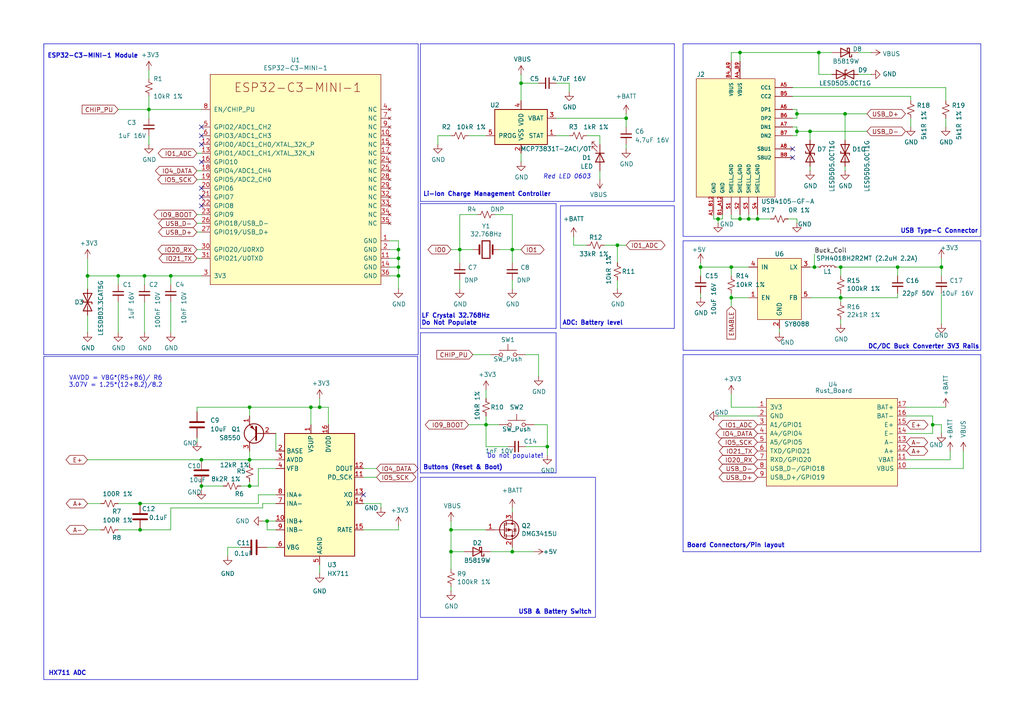
<source format=kicad_sch>
(kicad_sch (version 20250114) (generator "eeschema") (generator_version "9.0")
  (paper "A4")
  (title_block (title "Crimpdeq") (rev "1.0") (company "Sergio Gasquez Arcos"))
  (rectangle (start 198.12 69.85) (end 284.48 101.6))
  (rectangle (start 121.92 138.43) (end 172.72 179.07))
  (rectangle (start 198.12 12.7) (end 284.48 68.58))
  (text "ADC: Battery level" (at 163.068 94.488 0) (effects (font (size 1.27 1.27) (thickness 0.254) (bold yes)) (justify left bottom)))
  (text "USB Type-C Connector" (at 261.112 67.818 0) (effects (font (size 1.27 1.27) (thickness 0.254) (bold yes)) (justify left bottom)))
  (text "VAVDD = VBG*(R5+R6)/ R6 \n3.07V = 1.25*(12+8.2)/8.2 " (at 34.036 110.744 0) (effects (font (size 1.27 1.27))))
  (text "Board Connectors/Pin layout" (at 199.136 159.004 0) (effects (font (size 1.27 1.27) (thickness 0.254) (bold yes)) (justify left bottom)))
  (text "Li-Ion Charge Management Controller" (at 122.682 57.15 0) (effects (font (size 1.27 1.27) (thickness 0.254) (bold yes)) (justify left bottom)))
  (text "USB & Battery Switch\n" (at 161.036 177.546 0) (effects (font (size 1.27 1.27) (thickness 0.254) (bold yes))))
  (text "Do not populate!" (at 141.224 133.096 0) (effects (font (size 1.27 1.27)) (justify left bottom)))
  (text "Red LED 0603" (at 157.48 52.07 0) (effects (font (size 1.27 1.27) (italic yes)) (justify left bottom)))
  (text "Buttons (Reset & Boot)" (at 122.682 136.398 0) (effects (font (size 1.27 1.27) (thickness 0.254) (bold yes)) (justify left bottom)))
  (text "HX711 ADC" (at 19.558 195.326 0) (effects (font (size 1.27 1.27) (thickness 0.254) (bold yes))))
  (text "ESP32-C3-MINI-1 Module" (at 13.716 17.018 0) (effects (font (size 1.27 1.27) (thickness 0.254) (bold yes)) (justify left bottom)))
  (text "LF Crystal 32.768Hz \nDo Not Populate" (at 122.174 94.488 0) (effects (font (size 1.27 1.27) (thickness 0.254) (bold yes)) (justify left bottom)))
  (text "DC/DC Buck Converter 3V3 Rails" (at 251.714 101.346 0) (effects (font (size 1.27 1.27) (thickness 0.254) (bold yes)) (justify left bottom)))
  (junction (at 237.49 15.24))
  (junction (at 72.39 140.97))
  (junction (at 181.61 34.29))
  (junction (at 90.17 118.11))
  (junction (at 214.63 63.5))
  (junction (at 58.42 133.35))
  (junction (at 72.39 133.35))
  (junction (at 236.22 77.47))
  (junction (at 140.97 123.19))
  (junction (at 148.59 160.02))
  (junction (at 115.57 74.93))
  (junction (at 25.4 80.01))
  (junction (at 243.84 86.36))
  (junction (at 43.18 31.75))
  (junction (at 40.64 153.67))
  (junction (at 77.47 151.13))
  (junction (at 34.29 80.01))
  (junction (at 115.57 72.39))
  (junction (at 72.39 118.11))
  (junction (at 130.81 160.02))
  (junction (at 234.95 38.1))
  (junction (at 219.71 63.5))
  (junction (at 243.84 77.47))
  (junction (at 179.07 71.12))
  (junction (at 273.05 77.47))
  (junction (at 260.35 77.47))
  (junction (at 148.59 72.39))
  (junction (at 40.64 146.05))
  (junction (at 115.57 80.01))
  (junction (at 231.14 33.02))
  (junction (at 212.09 77.47))
  (junction (at 203.2 77.47))
  (junction (at 212.09 86.36))
  (junction (at 133.35 72.39))
  (junction (at 245.11 33.02))
  (junction (at 158.75 129.54))
  (junction (at 231.14 38.1))
  (junction (at 214.63 15.24))
  (junction (at 151.13 24.13))
  (junction (at 58.42 140.97))
  (junction (at 130.81 153.67))
  (junction (at 49.53 80.01))
  (junction (at 217.17 63.5))
  (junction (at 208.28 63.5))
  (junction (at 270.51 123.19))
  (junction (at 115.57 77.47))
  (junction (at 92.71 118.11))
  (junction (at 41.91 80.01))
  (no_connect (at 229.87 45.72))
  (no_connect (at 58.42 36.83))
  (no_connect (at 58.42 46.99))
  (no_connect (at 229.87 43.18))
  (no_connect (at 58.42 39.37))
  (no_connect (at 58.42 57.15))
  (no_connect (at 58.42 59.69))
  (no_connect (at 339.09 43.18))
  (no_connect (at 58.42 41.91))
  (no_connect (at 58.42 54.61))
  (no_connect (at 105.41 143.51))
  (wire (pts (xy 115.57 152.4) (xy 115.57 153.67)))
  (wire (pts (xy 231.14 63.5) (xy 231.14 64.77)))
  (wire (pts (xy 148.59 62.23) (xy 148.59 72.39)))
  (wire (pts (xy 152.4 102.87) (xy 156.21 102.87)))
  (wire (pts (xy 105.41 138.43) (xy 109.22 138.43)))
  (wire (pts (xy 273.05 123.19) (xy 270.51 123.19)))
  (wire (pts (xy 181.61 33.02) (xy 181.61 34.29)))
  (wire (pts (xy 34.29 31.75) (xy 43.18 31.75)))
  (wire (pts (xy 212.09 62.23) (xy 212.09 63.5)))
  (wire (pts (xy 76.2 151.13) (xy 77.47 151.13)))
  (polyline (pts (xy 12.7 12.7) (xy 12.7 13.97)))
  (wire (pts (xy 43.18 31.75) (xy 58.42 31.75)))
  (wire (pts (xy 229.87 36.83) (xy 231.14 36.83)))
  (wire (pts (xy 130.81 39.37) (xy 127 39.37)))
  (wire (pts (xy 231.14 38.1) (xy 231.14 39.37)))
  (wire (pts (xy 115.57 69.85) (xy 115.57 72.39)))
  (wire (pts (xy 76.2 147.32) (xy 76.2 146.05)))
  (polyline (pts (xy 12.7 103.378) (xy 12.7 197.104)))
  (wire (pts (xy 133.35 72.39) (xy 130.81 72.39)))
  (wire (pts (xy 262.89 120.65) (xy 270.51 120.65)))
  (wire (pts (xy 229.87 25.4) (xy 274.32 25.4)))
  (wire (pts (xy 115.57 74.93) (xy 115.57 77.47)))
  (wire (pts (xy 140.97 129.54) (xy 140.97 123.19)))
  (wire (pts (xy 130.81 160.02) (xy 130.81 165.1)))
  (wire (pts (xy 57.15 67.31) (xy 58.42 67.31)))
  (wire (pts (xy 245.11 49.53) (xy 245.11 48.26)))
  (wire (pts (xy 260.35 77.47) (xy 273.05 77.47)))
  (wire (pts (xy 134.62 160.02) (xy 130.81 160.02)))
  (wire (pts (xy 25.4 153.67) (xy 29.21 153.67)))
  (wire (pts (xy 133.35 62.23) (xy 133.35 72.39)))
  (wire (pts (xy 231.14 39.37) (xy 229.87 39.37)))
  (wire (pts (xy 229.87 27.94) (xy 264.16 27.94)))
  (polyline (pts (xy 121.92 96.52) (xy 161.29 96.52)))
  (wire (pts (xy 127 39.37) (xy 127 41.91)))
  (wire (pts (xy 110.49 147.32) (xy 110.49 146.05)))
  (wire (pts (xy 72.39 139.7) (xy 72.39 140.97)))
  (wire (pts (xy 142.24 160.02) (xy 148.59 160.02)))
  (polyline (pts (xy 121.92 59.055) (xy 121.92 95.25)))
  (wire (pts (xy 234.95 77.47) (xy 236.22 77.47)))
  (wire (pts (xy 274.32 34.29) (xy 274.32 36.83)))
  (wire (pts (xy 154.94 123.19) (xy 158.75 123.19)))
  (wire (pts (xy 25.4 133.35) (xy 58.42 133.35)))
  (wire (pts (xy 113.03 80.01) (xy 115.57 80.01)))
  (wire (pts (xy 41.91 87.63) (xy 41.91 96.52)))
  (wire (pts (xy 234.95 86.36) (xy 243.84 86.36)))
  (wire (pts (xy 43.18 31.75) (xy 43.18 27.94)))
  (wire (pts (xy 179.07 71.12) (xy 175.26 71.12)))
  (wire (pts (xy 130.81 171.45) (xy 130.81 170.18)))
  (wire (pts (xy 151.13 24.13) (xy 151.13 29.21)))
  (wire (pts (xy 264.16 27.94) (xy 264.16 29.21)))
  (wire (pts (xy 243.84 77.47) (xy 260.35 77.47)))
  (wire (pts (xy 161.29 39.37) (xy 165.1 39.37)))
  (wire (pts (xy 241.3 21.59) (xy 237.49 21.59)))
  (wire (pts (xy 49.53 153.67) (xy 49.53 147.32)))
  (wire (pts (xy 57.15 44.45) (xy 58.42 44.45)))
  (wire (pts (xy 212.09 15.24) (xy 212.09 17.78)))
  (wire (pts (xy 161.29 34.29) (xy 181.61 34.29)))
  (wire (pts (xy 25.4 146.05) (xy 29.21 146.05)))
  (wire (pts (xy 34.29 80.01) (xy 41.91 80.01)))
  (wire (pts (xy 231.14 33.02) (xy 231.14 34.29)))
  (wire (pts (xy 140.97 123.19) (xy 144.78 123.19)))
  (wire (pts (xy 214.63 15.24) (xy 214.63 17.78)))
  (wire (pts (xy 43.18 31.75) (xy 43.18 34.29)))
  (wire (pts (xy 237.49 21.59) (xy 237.49 15.24)))
  (wire (pts (xy 203.2 76.2) (xy 203.2 77.47)))
  (wire (pts (xy 95.25 123.19) (xy 95.25 118.11)))
  (wire (pts (xy 57.15 74.93) (xy 58.42 74.93)))
  (wire (pts (xy 25.4 80.01) (xy 25.4 83.82)))
  (wire (pts (xy 49.53 87.63) (xy 49.53 96.52)))
  (wire (pts (xy 245.11 40.64) (xy 245.11 33.02)))
  (polyline (pts (xy 12.7 12.7) (xy 12.7 102.87)))
  (wire (pts (xy 77.47 151.13) (xy 80.01 151.13)))
  (wire (pts (xy 140.97 129.54) (xy 147.32 129.54)))
  (wire (pts (xy 57.15 52.07) (xy 58.42 52.07)))
  (wire (pts (xy 226.06 95.25) (xy 226.06 96.52)))
  (wire (pts (xy 203.2 80.01) (xy 203.2 77.47)))
  (wire (pts (xy 270.51 125.73) (xy 270.51 123.19)))
  (wire (pts (xy 80.01 153.67) (xy 77.47 153.67)))
  (wire (pts (xy 219.71 63.5) (xy 223.52 63.5)))
  (wire (pts (xy 212.09 15.24) (xy 214.63 15.24)))
  (wire (pts (xy 166.37 71.12) (xy 170.18 71.12)))
  (wire (pts (xy 148.59 72.39) (xy 148.59 76.2)))
  (wire (pts (xy 161.29 24.13) (xy 165.1 24.13)))
  (polyline (pts (xy 162.56 59.69) (xy 195.58 59.69)))
  (wire (pts (xy 115.57 72.39) (xy 115.57 74.93)))
  (wire (pts (xy 77.47 158.75) (xy 80.01 158.75)))
  (wire (pts (xy 275.59 133.35) (xy 275.59 130.81)))
  (wire (pts (xy 260.35 85.09) (xy 260.35 86.36)))
  (wire (pts (xy 80.01 125.73) (xy 80.01 130.81)))
  (polyline (pts (xy 284.48 160.02) (xy 284.48 102.87)))
  (polyline (pts (xy 121.92 12.7) (xy 195.58 12.7)))
  (wire (pts (xy 113.03 77.47) (xy 115.57 77.47)))
  (polyline (pts (xy 195.58 12.7) (xy 195.58 58.42)))
  (wire (pts (xy 208.28 63.5) (xy 209.55 63.5)))
  (wire (pts (xy 151.13 24.13) (xy 156.21 24.13)))
  (wire (pts (xy 144.78 72.39) (xy 148.59 72.39)))
  (wire (pts (xy 214.63 63.5) (xy 217.17 63.5)))
  (wire (pts (xy 156.21 102.87) (xy 156.21 109.22)))
  (polyline (pts (xy 121.92 137.16) (xy 161.29 137.16)))
  (wire (pts (xy 113.03 69.85) (xy 115.57 69.85)))
  (wire (pts (xy 151.13 46.99) (xy 151.13 44.45)))
  (wire (pts (xy 214.63 62.23) (xy 214.63 63.5)))
  (wire (pts (xy 66.04 158.75) (xy 66.04 161.29)))
  (wire (pts (xy 49.53 147.32) (xy 76.2 147.32)))
  (wire (pts (xy 234.95 40.64) (xy 234.95 38.1)))
  (wire (pts (xy 243.84 77.47) (xy 243.84 80.01)))
  (polyline (pts (xy 161.29 137.16) (xy 161.29 96.52)))
  (wire (pts (xy 148.59 72.39) (xy 151.13 72.39)))
  (wire (pts (xy 243.84 86.36) (xy 243.84 87.63)))
  (wire (pts (xy 236.22 73.66) (xy 236.22 77.47)))
  (wire (pts (xy 203.2 77.47) (xy 212.09 77.47)))
  (polyline (pts (xy 120.65 12.7) (xy 12.7 12.7)))
  (polyline (pts (xy 195.58 95.25) (xy 162.56 95.25)))
  (wire (pts (xy 41.91 80.01) (xy 41.91 82.55)))
  (wire (pts (xy 208.28 63.5) (xy 208.28 64.77)))
  (wire (pts (xy 212.09 80.01) (xy 212.09 77.47)))
  (wire (pts (xy 34.29 80.01) (xy 25.4 80.01)))
  (wire (pts (xy 248.92 21.59) (xy 252.73 21.59)))
  (wire (pts (xy 25.4 91.44) (xy 25.4 96.52)))
  (wire (pts (xy 228.6 63.5) (xy 231.14 63.5)))
  (wire (pts (xy 34.29 82.55) (xy 34.29 80.01)))
  (wire (pts (xy 133.35 72.39) (xy 133.35 76.2)))
  (polyline (pts (xy 198.12 160.02) (xy 284.48 160.02)))
  (wire (pts (xy 34.29 146.05) (xy 40.64 146.05)))
  (wire (pts (xy 57.15 72.39) (xy 58.42 72.39)))
  (wire (pts (xy 262.89 118.11) (xy 274.32 118.11)))
  (wire (pts (xy 115.57 80.01) (xy 115.57 83.82)))
  (wire (pts (xy 138.43 62.23) (xy 133.35 62.23)))
  (wire (pts (xy 58.42 140.97) (xy 64.77 140.97)))
  (polyline (pts (xy 121.92 12.7) (xy 121.92 58.42)))
  (wire (pts (xy 105.41 153.67) (xy 115.57 153.67)))
  (wire (pts (xy 231.14 34.29) (xy 229.87 34.29)))
  (wire (pts (xy 58.42 133.35) (xy 72.39 133.35)))
  (wire (pts (xy 72.39 118.11) (xy 90.17 118.11)))
  (wire (pts (xy 173.99 39.37) (xy 173.99 41.91)))
  (wire (pts (xy 25.4 74.93) (xy 25.4 80.01)))
  (polyline (pts (xy 12.7 102.87) (xy 121.285 102.87)))
  (wire (pts (xy 207.01 62.23) (xy 207.01 63.5)))
  (wire (pts (xy 212.09 63.5) (xy 214.63 63.5)))
  (wire (pts (xy 212.09 77.47) (xy 217.17 77.47)))
  (wire (pts (xy 181.61 34.29) (xy 181.61 36.83)))
  (wire (pts (xy 260.35 86.36) (xy 243.84 86.36)))
  (wire (pts (xy 217.17 63.5) (xy 219.71 63.5)))
  (wire (pts (xy 170.18 39.37) (xy 173.99 39.37)))
  (wire (pts (xy 49.53 82.55) (xy 49.53 80.01)))
  (wire (pts (xy 90.17 123.19) (xy 90.17 118.11)))
  (wire (pts (xy 110.49 146.05) (xy 105.41 146.05)))
  (wire (pts (xy 148.59 158.75) (xy 148.59 160.02)))
  (wire (pts (xy 179.07 76.2) (xy 179.07 71.12)))
  (wire (pts (xy 137.16 72.39) (xy 133.35 72.39)))
  (wire (pts (xy 105.41 135.89) (xy 109.22 135.89)))
  (wire (pts (xy 148.59 81.28) (xy 148.59 83.82)))
  (wire (pts (xy 166.37 68.58) (xy 166.37 71.12)))
  (wire (pts (xy 273.05 125.73) (xy 273.05 123.19)))
  (wire (pts (xy 219.71 63.5) (xy 219.71 62.23)))
  (wire (pts (xy 137.16 102.87) (xy 142.24 102.87)))
  (wire (pts (xy 43.18 20.32) (xy 43.18 22.86)))
  (wire (pts (xy 49.53 80.01) (xy 41.91 80.01)))
  (wire (pts (xy 270.51 123.19) (xy 270.51 120.65)))
  (wire (pts (xy 130.81 151.13) (xy 130.81 153.67)))
  (wire (pts (xy 113.03 72.39) (xy 115.57 72.39)))
  (wire (pts (xy 92.71 163.83) (xy 92.71 166.37)))
  (wire (pts (xy 130.81 153.67) (xy 130.81 160.02)))
  (wire (pts (xy 158.75 123.19) (xy 158.75 129.54)))
  (polyline (pts (xy 198.12 102.87) (xy 198.12 160.02)))
  (polyline (pts (xy 195.58 58.42) (xy 121.92 58.42)))
  (wire (pts (xy 115.57 77.47) (xy 115.57 80.01)))
  (wire (pts (xy 34.29 96.52) (xy 34.29 87.63)))
  (wire (pts (xy 57.15 118.11) (xy 72.39 118.11)))
  (wire (pts (xy 181.61 43.18) (xy 181.61 41.91)))
  (wire (pts (xy 92.71 118.11) (xy 92.71 115.57)))
  (wire (pts (xy 40.64 153.67) (xy 49.53 153.67)))
  (wire (pts (xy 245.11 33.02) (xy 251.46 33.02)))
  (wire (pts (xy 217.17 62.23) (xy 217.17 63.5)))
  (wire (pts (xy 80.01 143.51) (xy 74.93 143.51)))
  (wire (pts (xy 214.63 15.24) (xy 237.49 15.24)))
  (wire (pts (xy 158.75 129.54) (xy 158.75 132.08)))
  (wire (pts (xy 72.39 133.35) (xy 72.39 134.62)))
  (wire (pts (xy 231.14 33.02) (xy 245.11 33.02)))
  (wire (pts (xy 140.97 113.03) (xy 140.97 115.57)))
  (wire (pts (xy 34.29 153.67) (xy 40.64 153.67)))
  (polyline (pts (xy 161.29 95.25) (xy 161.29 59.055)))
  (wire (pts (xy 212.09 85.09) (xy 212.09 86.36)))
  (wire (pts (xy 264.16 34.29) (xy 264.16 36.83)))
  (wire (pts (xy 140.97 153.67) (xy 130.81 153.67)))
  (wire (pts (xy 74.93 135.89) (xy 74.93 140.97)))
  (wire (pts (xy 80.01 135.89) (xy 74.93 135.89)))
  (wire (pts (xy 66.04 158.75) (xy 69.85 158.75)))
  (wire (pts (xy 248.92 15.24) (xy 252.73 15.24)))
  (wire (pts (xy 236.22 77.47) (xy 237.49 77.47)))
  (wire (pts (xy 72.39 140.97) (xy 74.93 140.97)))
  (wire (pts (xy 208.28 120.65) (xy 219.71 120.65)))
  (wire (pts (xy 262.89 125.73) (xy 270.51 125.73)))
  (wire (pts (xy 260.35 77.47) (xy 260.35 80.01)))
  (wire (pts (xy 234.95 49.53) (xy 234.95 48.26)))
  (polyline (pts (xy 121.92 59.055) (xy 161.29 59.055)))
  (wire (pts (xy 74.93 143.51) (xy 74.93 146.05)))
  (wire (pts (xy 229.87 31.75) (xy 231.14 31.75)))
  (wire (pts (xy 143.51 62.23) (xy 148.59 62.23)))
  (wire (pts (xy 207.01 63.5) (xy 208.28 63.5)))
  (wire (pts (xy 262.89 135.89) (xy 279.4 135.89)))
  (wire (pts (xy 74.93 146.05) (xy 40.64 146.05)))
  (wire (pts (xy 212.09 86.36) (xy 217.17 86.36)))
  (wire (pts (xy 57.15 127) (xy 57.15 128.27)))
  (wire (pts (xy 90.17 118.11) (xy 92.71 118.11)))
  (wire (pts (xy 133.35 81.28) (xy 133.35 83.82)))
  (wire (pts (xy 152.4 129.54) (xy 158.75 129.54)))
  (polyline (pts (xy 198.12 102.87) (xy 284.48 102.87)))
  (wire (pts (xy 212.09 118.11) (xy 219.71 118.11)))
  (wire (pts (xy 231.14 38.1) (xy 234.95 38.1)))
  (wire (pts (xy 140.97 120.65) (xy 140.97 123.19)))
  (wire (pts (xy 57.15 119.38) (xy 57.15 118.11)))
  (wire (pts (xy 57.15 64.77) (xy 58.42 64.77)))
  (wire (pts (xy 113.03 74.93) (xy 115.57 74.93)))
  (wire (pts (xy 273.05 74.93) (xy 273.05 77.47)))
  (wire (pts (xy 76.2 146.05) (xy 80.01 146.05)))
  (wire (pts (xy 43.18 39.37) (xy 43.18 41.91)))
  (polyline (pts (xy 121.92 96.52) (xy 121.92 137.16)))
  (wire (pts (xy 57.15 62.23) (xy 58.42 62.23)))
  (wire (pts (xy 92.71 118.11) (xy 95.25 118.11)))
  (wire (pts (xy 274.32 25.4) (xy 274.32 29.21)))
  (wire (pts (xy 234.95 38.1) (xy 251.46 38.1)))
  (wire (pts (xy 237.49 15.24) (xy 241.3 15.24)))
  (wire (pts (xy 231.14 31.75) (xy 231.14 33.02)))
  (polyline (pts (xy 12.7 103.378) (xy 121.158 103.378)))
  (wire (pts (xy 58.42 142.24) (xy 58.42 140.97)))
  (wire (pts (xy 148.59 160.02) (xy 154.94 160.02)))
  (wire (pts (xy 151.13 21.59) (xy 151.13 24.13)))
  (wire (pts (xy 173.99 49.53) (xy 173.99 52.07)))
  (wire (pts (xy 179.07 71.12) (xy 181.61 71.12)))
  (wire (pts (xy 72.39 133.35) (xy 72.39 130.81)))
  (wire (pts (xy 212.09 86.36) (xy 212.09 88.9)))
  (wire (pts (xy 243.84 92.71) (xy 243.84 93.98)))
  (polyline (pts (xy 121.92 95.25) (xy 161.29 95.25)))
  (wire (pts (xy 135.89 123.19) (xy 140.97 123.19)))
  (wire (pts (xy 242.57 77.47) (xy 243.84 77.47)))
  (wire (pts (xy 273.05 85.09) (xy 273.05 93.98)))
  (wire (pts (xy 148.59 148.59) (xy 148.59 147.32)))
  (polyline (pts (xy 121.285 102.87) (xy 121.285 12.7)))
  (polyline (pts (xy 12.7 197.104) (xy 121.158 197.104)))
  (wire (pts (xy 273.05 77.47) (xy 273.05 80.01)))
  (wire (pts (xy 72.39 118.11) (xy 72.39 120.65)))
  (wire (pts (xy 231.14 36.83) (xy 231.14 38.1)))
  (wire (pts (xy 212.09 114.3) (xy 212.09 118.11)))
  (wire (pts (xy 262.89 133.35) (xy 275.59 133.35)))
  (wire (pts (xy 135.89 39.37) (xy 140.97 39.37)))
  (wire (pts (xy 80.01 133.35) (xy 72.39 133.35)))
  (wire (pts (xy 179.07 81.28) (xy 179.07 83.82)))
  (polyline (pts (xy 162.56 59.69) (xy 162.56 95.25)))
  (wire (pts (xy 209.55 63.5) (xy 209.55 62.23)))
  (wire (pts (xy 203.2 85.09) (xy 203.2 86.36)))
  (polyline (pts (xy 121.158 197.104) (xy 121.158 103.378)))
  (wire (pts (xy 49.53 80.01) (xy 58.42 80.01)))
  (wire (pts (xy 165.1 24.13) (xy 165.1 26.67)))
  (wire (pts (xy 279.4 135.89) (xy 279.4 130.81)))
  (wire (pts (xy 243.84 85.09) (xy 243.84 86.36)))
  (wire (pts (xy 57.15 49.53) (xy 58.42 49.53)))
  (polyline (pts (xy 120.65 12.7) (xy 121.285 12.7)))
  (wire (pts (xy 69.85 140.97) (xy 72.39 140.97)))
  (wire (pts (xy 77.47 153.67) (xy 77.47 151.13)))
  (polyline (pts (xy 195.58 59.69) (xy 195.58 95.25)))
  (label "Buck_Coil" (at 236.22 73.66 0))
  (global_label "ENABLE" (shape input) (at 212.09 88.9 270) (property "Intersheetrefs" "${INTERSHEET_REFS}" (effects (hide yes))))
  (global_label "A+" (shape bidirectional) (at 25.4 146.05 180) (property "Intersheetrefs" "${INTERSHEET_REFS}" (effects (hide yes))))
  (global_label "A-" (shape bidirectional) (at 262.89 128.27 0) (property "Intersheetrefs" "${INTERSHEET_REFS}" (effects (hide yes))))
  (global_label "USB_D+" (shape bidirectional) (at 219.71 138.43 180) (property "Intersheetrefs" "${INTERSHEET_REFS}" (effects (hide yes))))
  (global_label "IO4_DATA" (shape bidirectional) (at 219.71 125.73 180) (property "Intersheetrefs" "${INTERSHEET_REFS}" (effects (hide yes))))
  (global_label "IO4_DATA" (shape bidirectional) (at 57.15 49.53 180) (property "Intersheetrefs" "${INTERSHEET_REFS}" (effects (hide yes))))
  (global_label "IO5_SCK" (shape bidirectional) (at 219.71 128.27 180) (property "Intersheetrefs" "${INTERSHEET_REFS}" (effects (hide yes))))
  (global_label "IO1" (shape bidirectional) (at 151.13 72.39 0) (property "Intersheetrefs" "${INTERSHEET_REFS}" (effects (hide yes))))
  (global_label "CHIP_PU" (shape input) (at 34.29 31.75 180) (property "Intersheetrefs" "${INTERSHEET_REFS}" (effects (hide yes))))
  (global_label "IO4_DATA" (shape bidirectional) (at 109.22 135.89 0) (property "Intersheetrefs" "${INTERSHEET_REFS}" (effects (hide yes))))
  (global_label "IO9_BOOT" (shape bidirectional) (at 135.89 123.19 180) (property "Intersheetrefs" "${INTERSHEET_REFS}" (effects (hide yes))))
  (global_label "IO20_RX" (shape bidirectional) (at 57.15 72.39 180) (property "Intersheetrefs" "${INTERSHEET_REFS}" (effects (hide yes))))
  (global_label "CHIP_PU" (shape input) (at 137.16 102.87 180) (property "Intersheetrefs" "${INTERSHEET_REFS}" (effects (hide yes))))
  (global_label "USB_D+" (shape bidirectional) (at 251.46 33.02 0) (property "Intersheetrefs" "${INTERSHEET_REFS}" (effects (hide yes))))
  (global_label "IO1_ADC" (shape bidirectional) (at 181.61 71.12 0) (property "Intersheetrefs" "${INTERSHEET_REFS}" (effects (hide yes))))
  (global_label "IO1_ADC" (shape bidirectional) (at 219.71 123.19 180) (property "Intersheetrefs" "${INTERSHEET_REFS}" (effects (hide yes))))
  (global_label "IO5_SCK" (shape bidirectional) (at 57.15 52.07 180) (property "Intersheetrefs" "${INTERSHEET_REFS}" (effects (hide yes))))
  (global_label "IO5_SCK" (shape bidirectional) (at 109.22 138.43 0) (property "Intersheetrefs" "${INTERSHEET_REFS}" (effects (hide yes))))
  (global_label "IO9_BOOT" (shape bidirectional) (at 57.15 62.23 180) (property "Intersheetrefs" "${INTERSHEET_REFS}" (effects (hide yes))))
  (global_label "IO0" (shape bidirectional) (at 130.81 72.39 180) (property "Intersheetrefs" "${INTERSHEET_REFS}" (effects (hide yes))))
  (global_label "A+" (shape bidirectional) (at 262.89 130.81 0) (property "Intersheetrefs" "${INTERSHEET_REFS}" (effects (hide yes))))
  (global_label "USB_D-" (shape bidirectional) (at 57.15 64.77 180) (property "Intersheetrefs" "${INTERSHEET_REFS}" (effects (hide yes))))
  (global_label "IO1_ADC" (shape bidirectional) (at 57.15 44.45 180) (property "Intersheetrefs" "${INTERSHEET_REFS}" (effects (hide yes))))
  (global_label "IO21_TX" (shape bidirectional) (at 219.71 130.81 180) (property "Intersheetrefs" "${INTERSHEET_REFS}" (effects (hide yes))))
  (global_label "E+" (shape bidirectional) (at 25.4 133.35 180) (property "Intersheetrefs" "${INTERSHEET_REFS}" (effects (hide yes))))
  (global_label "IO20_RX" (shape bidirectional) (at 219.71 133.35 180) (property "Intersheetrefs" "${INTERSHEET_REFS}" (effects (hide yes))))
  (global_label "A-" (shape bidirectional) (at 25.4 153.67 180) (property "Intersheetrefs" "${INTERSHEET_REFS}" (effects (hide yes))))
  (global_label "USB_D-" (shape bidirectional) (at 251.46 38.1 0) (property "Intersheetrefs" "${INTERSHEET_REFS}" (effects (hide yes))))
  (global_label "USB_D+" (shape bidirectional) (at 57.15 67.31 180) (property "Intersheetrefs" "${INTERSHEET_REFS}" (effects (hide yes))))
  (global_label "E+" (shape bidirectional) (at 262.89 123.19 0) (property "Intersheetrefs" "${INTERSHEET_REFS}" (effects (hide yes))))
  (global_label "IO21_TX" (shape bidirectional) (at 57.15 74.93 180) (property "Intersheetrefs" "${INTERSHEET_REFS}" (effects (hide yes))))
  (global_label "USB_D-" (shape bidirectional) (at 219.71 135.89 180) (property "Intersheetrefs" "${INTERSHEET_REFS}" (effects (hide yes))))
  (symbol (lib_id "power:+BATT") (at 148.59 147.32 0) (unit 1)
    (property "Reference" "#PWR026" (effects (hide yes)))
    (property "Value" "+BATT" (at 148.59 142.24 0))
  )
  (symbol (lib_id "Battery_Management:MCP73831-2-OT") (at 151.13 36.83 0) (unit 1)
    (property "Reference" "U2" (at 143.51 30.48 0))
    (property "Value" "MCP73831T-2ACI/OT" (at 161.29 43.18 0))
    (property "Footprint" "Package_TO_SOT_SMD:SOT-23-5" (effects (hide yes)))
    (property "Datasheet" "http://ww1.microchip.com/downloads/en/DeviceDoc/20001984g.pdf" (effects (hide yes)))
    (property "LCSC" "C424093" (effects (hide yes)))
  )
  (symbol (lib_id "power:GND") (at 25.4 96.52 0) (unit 1)
    (property "Reference" "#PWR02" (effects (hide yes)))
    (property "Value" "GND" (at 25.527 100.9142 0))
  )
  (symbol (lib_id "Switch:SW_Push") (at 149.86 123.19 0) (unit 1)
    (property "Reference" "SW2" (at 149.86 118.11 0))
    (property "Value" "SW_Push" (at 149.86 124.46 0))
    (property "Footprint" "Button_Switch_SMD:SW_SPST_PTS810" (effects (hide yes)))
    (property "LCSC" "C116501" (effects (hide yes)))
  )
  (symbol (lib_id "Rust_Board:Rust_Board") (at 241.3 133.35 0) (unit 1) (in_bom no)
    (property "Reference" "U4" (at 241.554 111.506 0))
    (property "Value" "Rust_Board" (at 241.808 113.284 0))
    (property "Footprint" "Rust_Board:Rust_Board" (effects (hide yes)))
  )
  (symbol (lib_id "Device:R_Small_US") (at 172.72 71.12 90) (unit 1)
    (property "Reference" "R12" (at 174.752 68.834 90) (effects (justify left)))
    (property "Value" "33kR 1%" (at 176.53 73.66 90) (effects (justify left)))
    (property "Footprint" "Resistor_SMD:R_0402_1005Metric" (effects (hide yes)))
    (property "LCSC" "C25744" (effects (hide yes)))
  )
  (symbol (lib_id "power:+BATT") (at 181.61 33.02 0) (unit 1)
    (property "Reference" "#PWR014" (effects (hide yes)))
    (property "Value" "+BATT" (at 181.61 27.94 0))
  )
  (symbol (lib_id "power:+3V3") (at 140.97 113.03 0) (unit 1)
    (property "Reference" "#PWR028" (effects (hide yes)))
    (property "Value" "+3V3" (at 141.351 108.6358 0))
  )
  (symbol (lib_id "power:GND") (at 115.57 83.82 0) (unit 1)
    (property "Reference" "#PWR08" (effects (hide yes)))
    (property "Value" "GND" (at 115.697 88.2142 0))
  )
  (symbol (lib_id "Device:Crystal") (at 140.97 72.39 0) (unit 1) (in_bom no)
    (property "Reference" "Y1" (at 140.97 65.5828 0))
    (property "Value" "32.768Hz" (at 140.97 67.8942 0))
    (property "Footprint" "Crystal:Crystal_SMD_3215-2Pin_3.2x1.5mm" (effects (hide yes)))
  )
  (symbol (lib_id "Device:R_Small_US") (at 130.81 167.64 0) (unit 1)
    (property "Reference" "R9" (at 132.5372 166.4716 0) (effects (justify left)))
    (property "Value" "100kR 1%" (at 132.5372 168.783 0) (effects (justify left)))
    (property "Footprint" "Resistor_SMD:R_0402_1005Metric" (effects (hide yes)))
    (property "LCSC" "C25741" (effects (hide yes)))
  )
  (symbol (lib_id "Transistor_FET:DMG2301L") (at 146.05 153.67 0) (unit 1)
    (property "Reference" "Q2" (at 151.2316 152.5016 0) (effects (justify left)))
    (property "Value" "DMG3415U" (at 151.2316 154.813 0) (effects (justify left)))
    (property "Footprint" "Package_TO_SOT_SMD:SOT-23" (effects (hide yes)))
    (property "Datasheet" "https://www.diodes.com/assets/Datasheets/DMG2301L.pdf" (effects (hide yes)))
    (property "LCSC" "C96616" (effects (hide yes)))
  )
  (symbol (lib_id "Switch:SW_Push") (at 147.32 102.87 0) (unit 1)
    (property "Reference" "SW1" (at 147.32 98.552 0))
    (property "Value" "SW_Push" (at 147.32 104.14 0))
    (property "Footprint" "Button_Switch_SMD:SW_SPST_PTS810" (effects (hide yes)))
    (property "LCSC" "C116501" (effects (hide yes)))
  )
  (symbol (lib_id "Device:R_Small_US") (at 140.97 62.23 90) (unit 1) (in_bom no)
    (property "Reference" "R4" (at 138.176 60.706 90) (effects (justify left)))
    (property "Value" "DNP" (at 146.304 60.706 90) (effects (justify left)))
    (property "Footprint" "Resistor_SMD:R_0402_1005Metric" (effects (hide yes)))
  )
  (symbol (lib_id "power:+3V3") (at 92.71 115.57 0) (unit 1)
    (property "Reference" "#PWR055" (effects (hide yes)))
    (property "Value" "+3V3" (at 93.091 111.1758 0))
  )
  (symbol (lib_id "power:GND") (at 243.84 93.98 0) (unit 1)
    (property "Reference" "#PWR042" (effects (hide yes)))
    (property "Value" "GND" (at 243.967 98.3742 0))
  )
  (symbol (lib_id "power:GND") (at 92.71 166.37 0) (unit 1)
    (property "Reference" "#PWR021" (effects (hide yes)))
    (property "Value" "GND" (at 92.71 171.45 0))
    (property "Description" "Power symbol creates a global label with name \"GND\" , ground" (effects (hide yes)))
  )
  (symbol (lib_id "power:GND") (at 274.32 36.83 0) (unit 1)
    (property "Reference" "#PWR052" (effects (hide yes)))
    (property "Value" "GND" (at 274.447 41.2242 0))
  )
  (symbol (lib_id "Device:LED") (at 173.99 45.72 270) (unit 1)
    (property "Reference" "D1" (at 170.18 45.72 90))
    (property "Value" "LED" (at 170.18 48.26 90))
    (property "Footprint" "LED_SMD:LED_0603_1608Metric" (effects (hide yes)))
    (property "LCSC" "C2286" (effects (hide yes)))
  )
  (symbol (lib_id "Device:R_Small_US") (at 72.39 137.16 0) (unit 1)
    (property "Reference" "R5" (at 68.58 136.652 0) (effects (justify left)))
    (property "Value" "12kR 1%" (at 63.754 134.874 0) (effects (justify left)))
    (property "Footprint" "Resistor_SMD:R_0402_1005Metric" (effects (hide yes)))
    (property "LCSC" "C25741" (effects (hide yes)))
  )
  (symbol (lib_id "power:+3V3") (at 273.05 74.93 0) (unit 1)
    (property "Reference" "#PWR032" (effects (hide yes)))
    (property "Value" "+3V3" (at 275.336 71.882 0))
  )
  (symbol (lib_id "power:VBUS") (at 252.73 15.24 270) (unit 1)
    (property "Reference" "#PWR049" (effects (hide yes)))
    (property "Value" "VBUS" (at 255.9812 15.621 90) (effects (justify left)))
  )
  (symbol (lib_id "Device:D_Schottky") (at 138.43 160.02 180) (unit 1)
    (property "Reference" "D2" (at 138.43 157.48 0))
    (property "Value" "B5819W" (at 138.43 162.56 0))
    (property "Footprint" "Diode_SMD:D_SOD-123" (effects (hide yes)))
    (property "LCSC" "C8598" (effects (hide yes)))
  )
  (symbol (lib_id "power:GND") (at 58.42 142.24 0) (unit 1)
    (property "Reference" "#PWR023" (effects (hide yes)))
    (property "Value" "GND" (at 56.388 142.748 0))
    (property "Description" "Power symbol creates a global label with name \"GND\" , ground" (effects (hide yes)))
  )
  (symbol (lib_id "Device:C_Small") (at 273.05 82.55 0) (unit 1)
    (property "Reference" "C17" (at 275.3868 81.3816 0) (effects (justify left)))
    (property "Value" "10uF 16V" (at 273.05 85.09 0) (effects (justify left)))
    (property "Footprint" "Capacitor_SMD:C_0805_2012Metric" (effects (hide yes)))
    (property "LCSC" "C15850" (effects (hide yes)))
  )
  (symbol (lib_id "power:GND") (at 234.95 49.53 0) (unit 1)
    (property "Reference" "#PWR047" (effects (hide yes)))
    (property "Value" "GND" (at 235.077 53.9242 0))
  )
  (symbol (lib_id "power:VBUS") (at 130.81 151.13 0) (unit 1)
    (property "Reference" "#PWR024" (effects (hide yes)))
    (property "Value" "VBUS" (at 131.191 146.7358 0))
  )
  (symbol (lib_id "power:+5V") (at 203.2 76.2 0) (unit 1)
    (property "Reference" "#PWR039" (effects (hide yes)))
    (property "Value" "+5V" (at 200.66 72.39 0) (effects (justify left)))
  )
  (symbol (lib_id "Device:R_Small_US") (at 274.32 31.75 0) (unit 1)
    (property "Reference" "R19" (at 276.0472 30.5816 0) (effects (justify left)))
    (property "Value" "5k1R 1%" (at 278.13 40.64 90) (effects (justify left)))
    (property "Footprint" "Resistor_SMD:R_0402_1005Metric" (effects (hide yes)))
    (property "LCSC" "C25905" (effects (hide yes)))
  )
  (symbol (lib_id "power:+3V3") (at 115.57 152.4 0) (unit 1)
    (property "Reference" "#PWR018" (effects (hide yes)))
    (property "Value" "+3V3" (at 115.951 148.0058 0))
  )
  (symbol (lib_id "power:GND") (at 181.61 43.18 0) (unit 1)
    (property "Reference" "#PWR015" (effects (hide yes)))
    (property "Value" "GND" (at 181.737 47.5742 0))
  )
  (symbol (lib_id "Device:L_Small") (at 240.03 77.47 90) (unit 1)
    (property "Reference" "L1" (at 240.03 78.74 90))
    (property "Value" "SPH4018H2R2MT (2.2uH 2.2A)" (at 251.46 74.93 90))
    (property "Footprint" "Inductor_SMD:L_Bourns-SRN4018" (effects (hide yes)))
    (property "LCSC" "C370436" (effects (hide yes)))
  )
  (symbol (lib_id "power:GND") (at 165.1 26.67 0) (unit 1)
    (property "Reference" "#PWR012" (effects (hide yes)))
    (property "Value" "GND" (at 165.227 31.0642 0))
  )
  (symbol (lib_id "power:GND") (at 49.53 96.52 0) (unit 1)
    (property "Reference" "#PWR07" (effects (hide yes)))
    (property "Value" "GND" (at 49.657 100.9142 0))
  )
  (symbol (lib_id "Device:C_Small") (at 148.59 78.74 0) (unit 1) (in_bom no)
    (property "Reference" "C8" (at 150.9268 77.5716 0) (effects (justify left)))
    (property "Value" "DNP" (at 149.86 81.28 0) (effects (justify left)))
    (property "Footprint" "Capacitor_SMD:C_0402_1005Metric" (effects (hide yes)))
  )
  (symbol (lib_id "Device:R_Small_US") (at 243.84 82.55 0) (unit 1)
    (property "Reference" "R15" (at 245.5672 81.3816 0) (effects (justify left)))
    (property "Value" "100kR 1%" (at 245.5672 83.693 0) (effects (justify left)))
    (property "Footprint" "Resistor_SMD:R_0402_1005Metric" (effects (hide yes)))
    (property "LCSC" "C25741" (effects (hide yes)))
  )
  (symbol (lib_id "power:GND") (at 110.49 147.32 0) (unit 1)
    (property "Reference" "#PWR054" (effects (hide yes)))
    (property "Value" "GND" (at 107.696 147.32 0))
    (property "Description" "Power symbol creates a global label with name \"GND\" , ground" (effects (hide yes)))
  )
  (symbol (lib_id "power:+3V3") (at 43.18 20.32 0) (unit 1)
    (property "Reference" "#PWR05" (effects (hide yes)))
    (property "Value" "+3V3" (at 43.561 15.9258 0))
  )
  (symbol (lib_id "power:+BATT") (at 274.32 118.11 0) (unit 1)
    (property "Reference" "#PWR035" (effects (hide yes)))
    (property "Value" "+BATT" (at 274.32 111.76 90))
  )
  (symbol (lib_id "Device:C") (at 40.64 149.86 0) (unit 1)
    (property "Reference" "C12" (at 41.148 147.574 0) (effects (justify left)))
    (property "Value" "0.1uF" (at 43.18 150.114 0) (effects (justify left)))
    (property "Footprint" "Capacitor_SMD:C_0603_1608Metric" (effects (hide yes)))
    (property "Description" "Unpolarized capacitor" (effects (hide yes)))
  )
  (symbol (lib_id "power:VBUS") (at 173.99 52.07 180) (unit 1)
    (property "Reference" "#PWR013" (effects (hide yes)))
    (property "Value" "VBUS" (at 173.609 56.4642 0))
  )
  (symbol (lib_id "Device:D_TVS") (at 234.95 44.45 270) (unit 1)
    (property "Reference" "D7" (at 236.982 43.2816 90) (effects (justify left)))
    (property "Value" "LESD5D5.0CT1G" (at 241.3 40.64 0) (effects (justify left)))
    (property "Footprint" "Diode_SMD:D_SOD-523" (effects (hide yes)))
    (property "LCSC" "C383211" (effects (hide yes)))
  )
  (symbol (lib_id "power:GND") (at 226.06 96.52 0) (unit 1)
    (property "Reference" "#PWR041" (effects (hide yes)))
    (property "Value" "GND" (at 228.346 99.314 0))
  )
  (symbol (lib_id "Device:C") (at 57.15 123.19 0) (unit 1)
    (property "Reference" "C9" (at 60.96 121.9199 0) (effects (justify left)))
    (property "Value" "10uF" (at 60.96 124.4599 0) (effects (justify left)))
    (property "Footprint" "Capacitor_SMD:C_0603_1608Metric" (effects (hide yes)))
    (property "Description" "Unpolarized capacitor" (effects (hide yes)))
  )
  (symbol (lib_id "power:GND") (at 273.05 125.73 0) (unit 1)
    (property "Reference" "#PWR036" (effects (hide yes)))
    (property "Value" "GND" (at 271.526 129.032 0))
  )
  (symbol (lib_id "power:GND") (at 208.28 64.77 0) (unit 1)
    (property "Reference" "#PWR045" (effects (hide yes)))
    (property "Value" "GND" (at 210.82 65.024 0))
  )
  (symbol (lib_id "Device:R_Small_US") (at 212.09 82.55 0) (unit 1)
    (property "Reference" "R14" (at 213.36 80.01 0) (effects (justify left)))
    (property "Value" "10kR 1%" (at 213.36 82.55 0) (effects (justify left)))
    (property "Footprint" "Resistor_SMD:R_0402_1005Metric" (effects (hide yes)))
    (property "LCSC" "C25744" (effects (hide yes)))
  )
  (symbol (lib_id "power:GND") (at 66.04 161.29 0) (unit 1)
    (property "Reference" "#PWR022" (effects (hide yes)))
    (property "Value" "GND" (at 66.04 166.37 0))
    (property "Description" "Power symbol creates a global label with name \"GND\" , ground" (effects (hide yes)))
  )
  (symbol (lib_id "power:GND") (at 273.05 93.98 0) (unit 1)
    (property "Reference" "#PWR044" (effects (hide yes)))
    (property "Value" "GND" (at 273.05 97.282 0))
  )
  (symbol (lib_id "Espressif:ESP32-C3-MINI-1") (at 85.09 53.34 0) (unit 1)
    (property "Reference" "U1" (at 85.725 17.399 0))
    (property "Value" "ESP32-C3-MINI-1" (at 85.725 19.7104 0))
    (property "Footprint" "PCM_Espressif:ESP32-C3-MINI-1" (effects (hide yes)))
    (property "Datasheet" "https://www.espressif.com/sites/default/files/documentation/esp32-c3-mini-1_datasheet_en.pdf" (effects (hide yes)))
    (property "LCSC" "C2838502" (effects (hide yes)))
  )
  (symbol (lib_id "Device:R_Small_US") (at 140.97 118.11 0) (unit 1)
    (property "Reference" "R10" (at 142.24 118.11 0) (effects (justify left)))
    (property "Value" "10kR 1%" (at 138.43 121.92 90) (effects (justify left)))
    (property "Footprint" "Resistor_SMD:R_0402_1005Metric" (effects (hide yes)))
    (property "LCSC" "C25744" (effects (hide yes)))
  )
  (symbol (lib_id "power:VBUS") (at 279.4 130.81 0) (unit 1)
    (property "Reference" "#PWR038" (effects (hide yes)))
    (property "Value" "VBUS" (at 279.4 124.46 90))
  )
  (symbol (lib_id "Device:C_Small") (at 34.29 85.09 0) (unit 1)
    (property "Reference" "C1" (at 35.56 82.55 0) (effects (justify left)))
    (property "Value" "1uF 16V" (at 38.1 92.71 90) (effects (justify left)))
    (property "Footprint" "Capacitor_SMD:C_0402_1005Metric" (effects (hide yes)))
    (property "LCSC" "C52923" (effects (hide yes)))
  )
  (symbol (lib_id "Device:C") (at 73.66 158.75 90) (unit 1)
    (property "Reference" "C11" (at 70.612 157.48 90))
    (property "Value" "0.1uF" (at 70.612 160.528 90))
    (property "Footprint" "Capacitor_SMD:C_0603_1608Metric" (effects (hide yes)))
    (property "Description" "Unpolarized capacitor" (effects (hide yes)))
  )
  (symbol (lib_id "power:GND") (at 34.29 96.52 0) (unit 1)
    (property "Reference" "#PWR03" (effects (hide yes)))
    (property "Value" "GND" (at 34.417 100.9142 0))
  )
  (symbol (lib_id "power:GND") (at 133.35 83.82 0) (unit 1)
    (property "Reference" "#PWR016" (effects (hide yes)))
    (property "Value" "GND" (at 133.477 88.2142 0))
  )
  (symbol (lib_id "power:GND") (at 57.15 128.27 0) (unit 1)
    (property "Reference" "#PWR020" (effects (hide yes)))
    (property "Value" "GND" (at 55.118 128.524 0))
    (property "Description" "Power symbol creates a global label with name \"GND\" , ground" (effects (hide yes)))
  )
  (symbol (lib_id "power:GND") (at 208.28 120.65 270) (unit 1)
    (property "Reference" "#PWR034" (effects (hide yes)))
    (property "Value" "GND" (at 209.296 119.634 90))
  )
  (symbol (lib_id "power:GND") (at 130.81 171.45 0) (unit 1)
    (property "Reference" "#PWR025" (effects (hide yes)))
    (property "Value" "GND" (at 130.937 175.8442 0))
  )
  (symbol (lib_id "power:GND") (at 76.2 151.13 270) (unit 1)
    (property "Reference" "#PWR053" (effects (hide yes)))
    (property "Value" "GND" (at 72.39 151.1299 90) (effects (justify right)))
    (property "Description" "Power symbol creates a global label with name \"GND\" , ground" (effects (hide yes)))
  )
  (symbol (lib_id "Device:C_Small") (at 49.53 85.09 0) (unit 1)
    (property "Reference" "C4" (at 50.8 82.55 0) (effects (justify left)))
    (property "Value" "10nF 10V" (at 53.34 93.98 90) (effects (justify left)))
    (property "Footprint" "Capacitor_SMD:C_0402_1005Metric" (effects (hide yes)))
    (property "LCSC" "C15195" (effects (hide yes)))
  )
  (symbol (lib_id "power:GND") (at 151.13 46.99 0) (unit 1)
    (property "Reference" "#PWR011" (effects (hide yes)))
    (property "Value" "GND" (at 151.257 51.3842 0))
  )
  (symbol (lib_id "Transistor_BJT:S8550") (at 74.93 125.73 180) (unit 1)
    (property "Reference" "Q1" (at 69.85 124.4599 0) (effects (justify left)))
    (property "Value" "S8550" (at 69.85 126.9999 0) (effects (justify left)))
    (property "Footprint" "Package_TO_SOT_THT:TO-92_Inline" (effects (hide yes)))
    (property "Datasheet" "http://www.unisonic.com.tw/datasheet/S8550.pdf" (effects (hide yes)))
    (property "Description" "0.7A Ic, 20V Vce, Low Voltage High Current PNP Transistor, TO-92" (effects (hide yes)))
  )
  (symbol (lib_id "Device:C_Small") (at 43.18 36.83 0) (unit 1)
    (property "Reference" "C3" (at 36.83 35.56 0) (effects (justify left)))
    (property "Value" "1uF 16V" (at 34.29 39.37 0) (effects (justify left)))
    (property "Footprint" "Capacitor_SMD:C_0402_1005Metric" (effects (hide yes)))
    (property "LCSC" "C52923" (effects (hide yes)))
  )
  (symbol (lib_id "power:GND") (at 179.07 83.82 0) (unit 1)
    (property "Reference" "#PWR033" (effects (hide yes)))
    (property "Value" "GND" (at 179.197 88.2142 0))
  )
  (symbol (lib_id "Rust_Board:SY8088") (at 226.06 83.82 0) (unit 1)
    (property "Reference" "U6" (at 226.06 73.66 0))
    (property "Value" "SY8088" (at 231.14 93.98 0))
    (property "Footprint" "Package_TO_SOT_SMD:SOT-23-5" (effects (hide yes)))
    (property "LCSC" "C479072" (effects (hide yes)))
  )
  (symbol (lib_id "Rust_Board:USB4105-GF-A") (at 213.36 39.37 0) (unit 1)
    (property "Reference" "J2" (at 204.47 21.59 0) (effects (justify right)))
    (property "Value" "USB4105-GF-A" (at 236.22 58.42 0) (effects (justify right)))
    (property "Footprint" "Rust_Board:GCT_USB4105-GF-A" (effects (hide yes)))
    (property "PARTREV" "A3" (effects (hide yes)))
    (property "STANDARD" "Manufacturer Recommendations" (effects (hide yes)))
    (property "MAXIMUM_PACKAGE_HEIGHT" "3.31 mm" (effects (hide yes)))
    (property "MANUFACTURER" "GCT" (effects (hide yes)))
    (property "LCSC" "C165948" (effects (hide yes)))
  )
  (symbol (lib_id "Analog_ADC:HX711") (at 92.71 143.51 0) (unit 1)
    (property "Reference" "U3" (at 94.9041 163.83 0) (effects (justify left)))
    (property "Value" "HX711" (at 94.9041 166.37 0) (effects (justify left)))
    (property "Footprint" "Package_SO:SOP-16_3.9x9.9mm_P1.27mm" (effects (hide yes)))
    (property "Datasheet" "https://web.archive.org/web/20220615044707/https://akizukidenshi.com/download/ds/avia/hx711.pdf" (effects (hide yes)))
    (property "Description" "24-Bit Analog-to-Digital Converter (ADC) for Weight Scales" (effects (hide yes)))
  )
  (symbol (lib_id "power:GND") (at 41.91 96.52 0) (unit 1)
    (property "Reference" "#PWR04" (effects (hide yes)))
    (property "Value" "GND" (at 42.037 100.9142 0))
  )
  (symbol (lib_id "power:GND") (at 252.73 21.59 90) (unit 1)
    (property "Reference" "#PWR050" (effects (hide yes)))
    (property "Value" "GND" (at 255.9812 21.463 90) (effects (justify right)))
  )
  (symbol (lib_id "power:GND") (at 158.75 132.08 0) (unit 1)
    (property "Reference" "#PWR030" (effects (hide yes)))
    (property "Value" "GND" (at 158.877 136.4742 0))
  )
  (symbol (lib_id "power:GND") (at 264.16 36.83 0) (unit 1)
    (property "Reference" "#PWR051" (effects (hide yes)))
    (property "Value" "GND" (at 264.287 41.2242 0))
  )
  (symbol (lib_id "Device:R_Small_US") (at 243.84 90.17 0) (unit 1)
    (property "Reference" "R16" (at 245.5672 89.0016 0) (effects (justify left)))
    (property "Value" "22k1R 1%" (at 245.5672 91.313 0) (effects (justify left)))
    (property "Footprint" "Resistor_SMD:R_0402_1005Metric" (effects (hide yes)))
    (property "LCSC" "C43473" (effects (hide yes)))
  )
  (symbol (lib_id "power:GND") (at 231.14 64.77 0) (unit 1)
    (property "Reference" "#PWR046" (effects (hide yes)))
    (property "Value" "GND" (at 233.426 65.024 0))
  )
  (symbol (lib_id "power:VBUS") (at 151.13 21.59 0) (unit 1)
    (property "Reference" "#PWR010" (effects (hide yes)))
    (property "Value" "VBUS" (at 151.511 17.1958 0))
  )
  (symbol (lib_id "Device:D_TVS") (at 245.11 21.59 0) (unit 1)
    (property "Reference" "D9" (at 250.19 20.32 0))
    (property "Value" "LESD5D5.0CT1G" (at 245.11 24.13 0))
    (property "Footprint" "Diode_SMD:D_SOD-523" (effects (hide yes)))
    (property "LCSC" "C383211" (effects (hide yes)))
  )
  (symbol (lib_id "Device:C_Small") (at 181.61 39.37 0) (unit 1)
    (property "Reference" "C6" (at 184.15 38.1 0) (effects (justify left)))
    (property "Value" "4.7uF 16V" (at 184.15 40.64 0) (effects (justify left)))
    (property "Footprint" "Capacitor_SMD:C_0603_1608Metric" (effects (hide yes)))
    (property "LCSC" "C19666" (effects (hide yes)))
  )
  (symbol (lib_id "power:+5V") (at 154.94 160.02 270) (unit 1)
    (property "Reference" "#PWR027" (effects (hide yes)))
    (property "Value" "+5V" (at 157.48 160.02 90) (effects (justify left)))
  )
  (symbol (lib_id "power:+BATT") (at 275.59 130.81 0) (unit 1)
    (property "Reference" "#PWR037" (effects (hide yes)))
    (property "Value" "+BATT" (at 275.59 124.46 90))
  )
  (symbol (lib_id "Device:D_Schottky") (at 245.11 15.24 180) (unit 1)
    (property "Reference" "D8" (at 248.666 14.224 0))
    (property "Value" "B5819W" (at 245.364 17.78 0))
    (property "Footprint" "Diode_SMD:D_SOD-123" (effects (hide yes)))
    (property "LCSC" "C8598" (effects (hide yes)))
  )
  (symbol (lib_id "power:GND") (at 43.18 41.91 0) (unit 1)
    (property "Reference" "#PWR06" (effects (hide yes)))
    (property "Value" "GND" (at 43.307 46.3042 0))
  )
  (symbol (lib_id "Device:R_Small_US") (at 167.64 39.37 90) (unit 1)
    (property "Reference" "R3" (at 167.64 36.83 90) (effects (justify left)))
    (property "Value" "1kR 1%" (at 176.53 36.83 90) (effects (justify left)))
    (property "Footprint" "Resistor_SMD:R_0402_1005Metric" (effects (hide yes)))
    (property "LCSC" "C11702" (effects (hide yes)))
  )
  (symbol (lib_id "Device:C") (at 58.42 137.16 0) (unit 1)
    (property "Reference" "C10" (at 54.356 135.128 0) (effects (justify left)))
    (property "Value" "10uF" (at 54.864 139.192 0) (effects (justify left)))
    (property "Footprint" "Capacitor_SMD:C_0603_1608Metric" (effects (hide yes)))
    (property "Description" "Unpolarized capacitor" (effects (hide yes)))
  )
  (symbol (lib_id "Device:D_TVS") (at 245.11 44.45 270) (unit 1)
    (property "Reference" "D10" (at 247.142 43.2816 90) (effects (justify left)))
    (property "Value" "LESD5D5.0CT1G" (at 251.46 40.64 0) (effects (justify left)))
    (property "Footprint" "Diode_SMD:D_SOD-523" (effects (hide yes)))
    (property "LCSC" "C383211" (effects (hide yes)))
  )
  (symbol (lib_id "Device:R_Small_US") (at 43.18 25.4 0) (unit 1)
    (property "Reference" "R1" (at 44.45 22.86 0) (effects (justify left)))
    (property "Value" "10kR 1%" (at 44.45 27.94 0) (effects (justify left)))
    (property "Footprint" "Resistor_SMD:R_0402_1005Metric" (effects (hide yes)))
    (property "LCSC" "C25744" (effects (hide yes)))
  )
  (symbol (lib_id "Device:R_Small_US") (at 67.31 140.97 270) (unit 1)
    (property "Reference" "R6" (at 68.072 143.256 90) (effects (justify left)))
    (property "Value" "8k2R 1%" (at 61.214 138.938 90) (effects (justify left)))
    (property "Footprint" "Resistor_SMD:R_0402_1005Metric" (effects (hide yes)))
    (property "LCSC" "C25741" (effects (hide yes)))
  )
  (symbol (lib_id "Device:R_Small_US") (at 264.16 31.75 0) (unit 1)
    (property "Reference" "R18" (at 265.8872 30.5816 0) (effects (justify left)))
    (property "Value" "5k1R 1%" (at 267.97 40.64 90) (effects (justify left)))
    (property "Footprint" "Resistor_SMD:R_0402_1005Metric" (effects (hide yes)))
    (property "LCSC" "C25905" (effects (hide yes)))
  )
  (symbol (lib_id "Device:R_Small_US") (at 31.75 146.05 270) (unit 1)
    (property "Reference" "R7" (at 32.512 148.336 90) (effects (justify left)))
    (property "Value" "100R 1%" (at 29.718 143.256 90) (effects (justify left)))
    (property "Footprint" "Resistor_SMD:R_0402_1005Metric" (effects (hide yes)))
    (property "LCSC" "C25741" (effects (hide yes)))
  )
  (symbol (lib_id "Device:C_Small") (at 133.35 78.74 0) (unit 1) (in_bom no)
    (property "Reference" "C7" (at 135.6868 77.5716 0) (effects (justify left)))
    (property "Value" "DNP" (at 134.62 81.28 0) (effects (justify left)))
    (property "Footprint" "Capacitor_SMD:C_0402_1005Metric" (effects (hide yes)))
  )
  (symbol (lib_id "Device:C_Small") (at 158.75 24.13 270) (unit 1)
    (property "Reference" "C5" (at 153.67 22.86 90) (effects (justify left)))
    (property "Value" "4.7uF 16V" (at 160.02 22.86 90) (effects (justify left)))
    (property "Footprint" "Capacitor_SMD:C_0603_1608Metric" (effects (hide yes)))
    (property "LCSC" "C19666" (effects (hide yes)))
  )
  (symbol (lib_id "power:GND") (at 245.11 49.53 0) (unit 1)
    (property "Reference" "#PWR048" (effects (hide yes)))
    (property "Value" "GND" (at 245.237 53.9242 0))
  )
  (symbol (lib_id "power:+BATT") (at 166.37 68.58 0) (unit 1)
    (property "Reference" "#PWR031" (effects (hide yes)))
    (property "Value" "+BATT" (at 166.37 63.5 0))
  )
  (symbol (lib_id "power:GND") (at 127 41.91 0) (unit 1)
    (property "Reference" "#PWR09" (effects (hide yes)))
    (property "Value" "GND" (at 127.127 46.3042 0))
  )
  (symbol (lib_id "power:GND") (at 156.21 109.22 0) (unit 1)
    (property "Reference" "#PWR029" (effects (hide yes)))
    (property "Value" "GND" (at 156.337 113.6142 0))
  )
  (symbol (lib_id "Device:C_Small") (at 149.86 129.54 270) (unit 1) (in_bom no)
    (property "Reference" "C14" (at 151.892 128.016 90) (effects (justify left)))
    (property "Value" "1nF 10V" (at 140.716 130.81 90) (effects (justify left)))
    (property "Footprint" "Capacitor_SMD:C_0402_1005Metric" (effects (hide yes)))
    (property "LCSC" "C1523" (effects (hide yes)))
  )
  (symbol (lib_id "Device:C_Small") (at 203.2 82.55 0) (unit 1)
    (property "Reference" "C15" (at 204.47 80.01 0) (effects (justify left)))
    (property "Value" "10uF 16V" (at 207.01 91.44 90) (effects (justify left)))
    (property "Footprint" "Capacitor_SMD:C_0805_2012Metric" (effects (hide yes)))
    (property "LCSC" "C15850" (effects (hide yes)))
  )
  (symbol (lib_id "power:+3V3") (at 212.09 114.3 0) (unit 1)
    (property "Reference" "#PWR019" (effects (hide yes)))
    (property "Value" "+3V3" (at 212.471 109.9058 0))
  )
  (symbol (lib_id "Device:C_Small") (at 260.35 82.55 0) (unit 1)
    (property "Reference" "C16" (at 262.6868 81.3816 0) (effects (justify left)))
    (property "Value" "22pF 50V" (at 261.62 85.09 0) (effects (justify left)))
    (property "Footprint" "Capacitor_SMD:C_0603_1608Metric" (effects (hide yes)))
    (property "LCSC" "C1653" (effects (hide yes)))
  )
  (symbol (lib_id "Device:R_Small_US") (at 31.75 153.67 270) (unit 1)
    (property "Reference" "R8" (at 32.512 155.956 90) (effects (justify left)))
    (property "Value" "100R 1%" (at 29.718 150.876 90) (effects (justify left)))
    (property "Footprint" "Resistor_SMD:R_0402_1005Metric" (effects (hide yes)))
    (property "LCSC" "C25741" (effects (hide yes)))
  )
  (symbol (lib_id "Device:R_Small_US") (at 226.06 63.5 90) (unit 1)
    (property "Reference" "R17" (at 224.79 60.96 90) (effects (justify left)))
    (property "Value" "0R 1%" (at 234.95 60.96 90) (effects (justify left)))
    (property "Footprint" "Resistor_SMD:R_0402_1005Metric" (effects (hide yes)))
    (property "LCSC" "C17168" (effects (hide yes)))
  )
  (symbol (lib_id "Device:R_Small_US") (at 179.07 78.74 0) (unit 1)
    (property "Reference" "R11" (at 180.34 78.74 0) (effects (justify left)))
    (property "Value" "10kR 1%" (at 176.53 82.55 90) (effects (justify left)))
    (property "Footprint" "Resistor_SMD:R_0402_1005Metric" (effects (hide yes)))
    (property "LCSC" "C25744" (effects (hide yes)))
  )
  (symbol (lib_id "Device:R_Small_US") (at 133.35 39.37 90) (unit 1)
    (property "Reference" "R2" (at 130.81 36.83 90) (effects (justify left)))
    (property "Value" "10kR 1%" (at 140.97 36.83 90) (effects (justify left)))
    (property "Footprint" "Resistor_SMD:R_0402_1005Metric" (effects (hide yes)))
    (property "LCSC" "C25744" (effects (hide yes)))
  )
  (symbol (lib_id "power:GND") (at 203.2 86.36 0) (unit 1)
    (property "Reference" "#PWR040" (effects (hide yes)))
    (property "Value" "GND" (at 203.327 90.7542 0))
  )
  (symbol (lib_id "power:GND") (at 148.59 83.82 0) (unit 1)
    (property "Reference" "#PWR017" (effects (hide yes)))
    (property "Value" "GND" (at 148.717 88.2142 0))
  )
  (symbol (lib_id "power:+3V3") (at 25.4 74.93 0) (unit 1)
    (property "Reference" "#PWR01" (effects (hide yes)))
    (property "Value" "+3V3" (at 25.781 70.5358 0))
  )
  (symbol (lib_id "Device:C_Small") (at 41.91 85.09 0) (unit 1)
    (property "Reference" "C2" (at 43.18 82.55 0) (effects (justify left)))
    (property "Value" "100nF 10V" (at 45.72 95.25 90) (effects (justify left)))
    (property "Footprint" "Capacitor_SMD:C_0402_1005Metric" (effects (hide yes)))
    (property "LCSC" "C1525" (effects (hide yes)))
  )
  (symbol (lib_id "Device:D_TVS") (at 25.4 87.63 270) (unit 1)
    (property "Reference" "D3" (at 21.59 87.63 90) (effects (justify left)))
    (property "Value" "LESD8D3.3CAT5G" (at 29.21 81.28 0) (effects (justify left)))
    (property "Footprint" "Diode_SMD:D_SOD-882" (effects (hide yes)))
    (property "LCSC" "C172409" (effects (hide yes)))
  )
)
</source>
